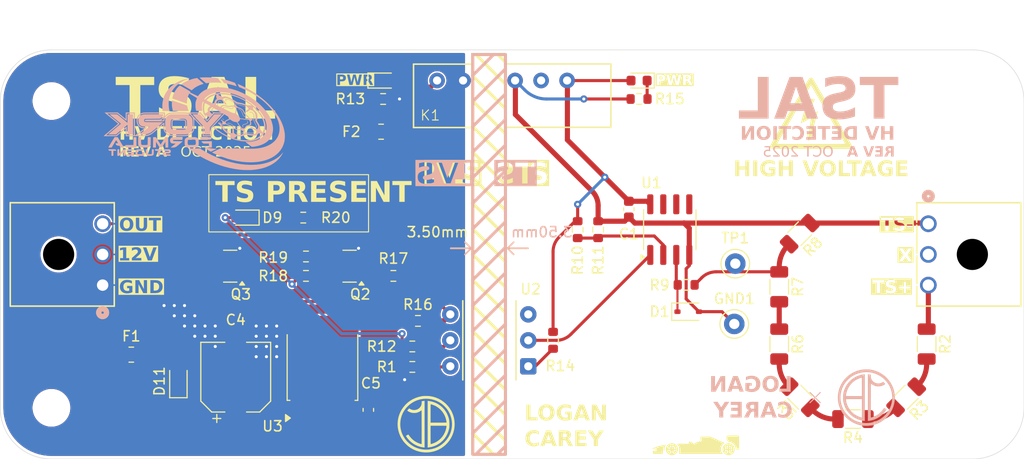
<source format=kicad_pcb>
(kicad_pcb (version 20241229) (generator "pcbnew") (generator_version "9.0")
  (layers (0 "F.Cu" signal) (2 "B.Cu" signal) (5 "F.SilkS" user "F.Silkscreen") (7 "B.SilkS" user "B.Silkscreen") (1 "F.Mask" user) (3 "B.Mask" user) (25 "Edge.Cuts" user))
  (property "PCB_DATE" "OCT 2025")
  (property "REVISION" "A")
  (net 0 "")
  (net 1 "HV-")
  (net 2 "GND")
  (net 3 "Net-(D11-K)")
  (net 4 "+5V")
  (net 5 "Net-(D1-K)")
  (net 6 "+12V")
  (net 7 "Net-(D7-K)")
  (net 8 "Net-(D11-A)")
  (net 9 "60V_Detect")
  (net 11 "HV+")
  (net 12 "Net-(R2-Pad2)")
  (net 13 "Net-(R3-Pad2)")
  (net 14 "Net-(R4-Pad2)")
  (net 15 "Net-(R5-Pad2)")
  (net 16 "Net-(R6-Pad1)")
  (net 17 "Net-(R7-Pad1)")
  (net 18 "Net-(U1A--)")
  (net 19 "Net-(R14-Pad1)")
  (net 20 "Net-(U1-Pad1)")
  (net 23 "Net-(D8-K)")
  (net 24 "Net-(D9-K)")
  (net 25 "Net-(Q2-G)")
  (net 26 "Net-(Q2-D)")
  (net 27 "Net-(Q3-D)")
  (net 28 "Net-(Q3-G)")
  (net 29 "+5VA")
  (net 30 "Net-(K1-+Vin)")
  (net 31 "Net-(R1-Pad1)")
  (net 32 "Net-(R12-Pad2)")
  (footprint "yfs:SPU01M-5" (layer "F.Cu") (at 173.75 50.37)
    (property "Reference" "K1")
    (property "Value" "SPU01M-5")
  )
  (footprint "Resistor_SMD:R_0603_1608Metric" (layer "F.Cu") (at 163.4 59.8)
    (property "Reference" "R13")
    (property "Value" "10k")
  )
  (footprint "Diode_SMD:D_SOD-323" (layer "F.Cu") (at 143.4 87.4 90)
    (property "Reference" "D11")
    (property "Value" "NSR0530HT1G")
  )
  (footprint "LED_SMD:LED_0603_1608Metric" (layer "F.Cu") (at 188.4 58 180)
    (property "Reference" "D8" (hide yes))
    (property "Value" "LED_Small")
  )
  (footprint "Resistor_SMD:R_1206_3216Metric" (layer "F.Cu") (at 202.091044 78.165856 -90)
    (property "Reference" "R7")
    (property "Value" "750K")
  )
  (footprint "Resistor_SMD:R_1206_3216Metric" (layer "F.Cu") (at 202.091044 83.765856 -90)
    (property "Reference" "R6")
    (property "Value" "750K")
  )
  (footprint "Diode_SMD:D_SOD-323" (layer "F.Cu") (at 193.2 80.6)
    (property "Reference" "D1")
    (property "Value" "BZX384xxxx")
  )
  (footprint "TestPoint:TestPoint_Keystone_5000-5004_Miniature" (layer "F.Cu") (at 197.8 75.9)
    (property "Reference" "TP1")
    (property "Value" "TestPoint")
  )
  (footprint "Resistor_SMD:R_0603_1608Metric" (layer "F.Cu") (at 180 83.4 90)
    (property "Reference" "R14")
    (property "Value" "1.8k")
  )
  (footprint "MountingHole:MountingHole_3.2mm_M3" (layer "F.Cu") (at 131 60)
    (property "Reference" "H1" (hide yes))
    (property "Value" "MountingHole")
  )
  (footprint "Resistor_SMD:R_0805_2012Metric" (layer "F.Cu") (at 163.2 63 180)
    (property "Reference" "F2")
    (property "Value" "500mA")
  )
  (footprint "Resistor_SMD:R_1206_3216Metric" (layer "F.Cu") (at 214.491044 88.965856 -135)
    (property "Reference" "R3")
    (property "Value" "750K")
  )
  (footprint "Resistor_SMD:R_0603_1608Metric" (layer "F.Cu") (at 192.999999 77.975 180)
    (property "Reference" "R9")
    (property "Value" "4.8k")
  )
  (footprint "LED_SMD:LED_0603_1608Metric" (layer "F.Cu") (at 149.8 71.4 180)
    (property "Reference" "D9")
    (property "Value" "LED")
  )
  (footprint "LOGO" (layer "F.Cu") (at 205.2 61.2)
    (property "Reference" "G***" (hide yes))
    (property "Value" "LOGO" (hide yes))
  )
  (footprint "LED_SMD:LED_0603_1608Metric" (layer "F.Cu") (at 163.4 58)
    (property "Reference" "D7" (hide yes))
    (property "Value" "LED_Small")
  )
  (footprint "Resistor_SMD:R_0603_1608Metric" (layer "F.Cu") (at 155.6 71.4 180)
    (property "Reference" "R20")
    (property "Value" "330")
  )
  (footprint "Capacitor_SMD:C_0603_1608Metric" (layer "F.Cu") (at 187.399998 70.575 90)
    (property "Reference" "C1")
    (property "Value" "1u")
  )
  (footprint "Resistor_SMD:R_0603_1608Metric" (layer "F.Cu") (at 166.25 86 180)
    (property "Reference" "R1")
    (property "Value" "220k")
  )
  (footprint "Resistor_SMD:R_0603_1608Metric" (layer "F.Cu") (at 188.4 59.8 180)
    (property "Reference" "R15")
    (property "Value" "1k")
  )
  (footprint "Resistor_SMD:R_0603_1608Metric" (layer "F.Cu") (at 184.4 72.575 90)
    (property "Reference" "R11")
    (property "Value" "R")
  )
  (footprint "yfs:MolexMicrofitPlus1x3" (layer "F.Cu") (at 136 78 -90)
    (property "Reference" "J3" (hide yes))
    (property "Value" "Conn_01x03_Socket")
  )
  (footprint "Capacitor_SMD:CP_Elec_6.3x5.4" (layer "F.Cu") (at 149 87 90)
    (property "Reference" "C4")
    (property "Value" "10u")
  )
  (footprint "Resistor_SMD:R_0805_2012Metric" (layer "F.Cu") (at 138.8 84.8)
    (property "Reference" "F1")
    (property "Value" "100mA")
  )
  (footprint "Resistor_SMD:R_0603_1608Metric" (layer "F.Cu") (at 182.4 72.575 -90)
    (property "Reference" "R10")
    (property "Value" "R")
  )
  (footprint "Package_SO:SOIC-8_3.9x4.9mm_P1.27mm" (layer "F.Cu") (at 191.399999 72.575 90)
    (property "Reference" "U1")
    (property "Value" "LM393")
  )
  (footprint "Resistor_SMD:R_0603_1608Metric" (layer "F.Cu") (at 164.4 77.1 180)
    (property "Reference" "R17")
    (property "Value" "200")
  )
  (footprint "Resistor_SMD:R_1206_3216Metric" (layer "F.Cu") (at 216.491044 83.765856 -90)
    (property "Reference" "R2")
    (property "Value" "750K")
  )
  (footprint "Resistor_SMD:R_1206_3216Metric" (layer "F.Cu") (at 204.091044 88.965856 135)
    (property "Reference" "R5")
    (property "Value" "750K")
  )
  (footprint "Package_TO_SOT_SMD:SOT-23" (layer "F.Cu") (at 160.125 76.15 180)
    (property "Reference" "Q2")
    (property "Value" "2N7002")
  )
  (footprint "MyLibrary:Logo" (layer "F.Cu") (at 167.6 91.6)
    (property "Reference" "G***" (hide yes))
    (property "Value" "LOGO" (hide yes))
  )
  (footprint "Resistor_SMD:R_0603_1608Metric" (layer "F.Cu") (at 166.25 84)
    (property "Reference" "R12")
    (property "Value" "1k")
  )
  (footprint "TestPoint:TestPoint_Keystone_5000-5004_Miniature" (layer "F.Cu") (at 197.7 81.8)
    (property "Reference" "GND1")
    (property "Value" "TestPoint")
  )
  (footprint "yfs:MolexMicrofitPlus1x3" (layer "F.Cu") (at 216.6569 72 90)
    (property "Reference" "J4" (hide yes))
    (property "Value" "Conn_01x03_Socket")
  )
  (footprint "MountingHole:MountingHole_3.2mm_M3" (layer "F.Cu") (at 131 90)
    (property "Reference" "H2" (hide yes))
    (property "Value" "MountingHole")
  )
  (footprint "Resistor_SMD:R_0603_1608Metric" (layer "F.Cu") (at 155.8625 77.1 180)
    (property "Reference" "R18")
    (property "Value" "10k")
  )
  (footprint "Resistor_SMD:R_1206_3216Metric" (layer "F.Cu") (at 209.291044 91.1 180)
    (property "Reference" "R4")
    (property "Value" "750K")
  )
  (footprint "MountingHole:MountingHole_3.2mm_M3" (layer "F.Cu") (at 221 90)
    (property "Reference" "H4" (hide yes))
    (property "Value" "MountingHole")
  )
  (footprint "Package_DIP:DIP-6_W7.62mm" (layer "F.Cu") (at 177.58 85.94 180)
    (property "Reference" "U2")
    (property "Value" "4N35")
  )
  (footprint "Resistor_SMD:R_1206_3216Metric" (layer "F.Cu") (at 204.091044 72.965856 -135)
    (property "Reference" "R8")
    (property "Value" "110k")
  )
  (footprint "Package_TO_SOT_SMD:SOT-23" (layer "F.Cu") (at 148.4625 76.15 180)
    (property "Reference" "Q3")
    (property "Value" "2N7002")
  )
  (footprint "Resistor_SMD:R_0603_1608Metric" (layer "F.Cu") (at 166.8 81.5 180)
    (property "Reference" "R16")
    (property "Value" "10k")
  )
  (footprint "Resistor_SMD:R_0603_1608Metric" (layer "F.Cu") (at 155.8625 75.2 180)
    (property "Reference" "R19")
    (property "Value" "200")
  )
  (footprint "Package_TO_SOT_SMD:TO-252-2" (layer "F.Cu") (at 157.475 85.96 90)
    (property "Reference" "U3")
    (property "Value" "TPS7B88-Q1")
  )
  (footprint "Capacitor_SMD:C_0603_1608Metric" (layer "F.Cu") (at 161.954999 90.2 90)
    (property "Reference" "C5")
    (property "Value" "1u")
  )
  (footprint "MountingHole:MountingHole_3.2mm_M3" (layer "F.Cu") (at 221 60)
    (property "Reference" "H3" (hide yes))
    (property "Value" "MountingHole")
  )
  (footprint "LOGO" (layer "B.Cu") (at 145 62.2 180)
    (property "Reference" "G***" (hide yes))
    (property "Value" "LOGO" (hide yes))
  )
  (footprint "MyLibrary:Logo" (layer "B.Cu") (at 210.6 89 180)
    (property "Reference" "G***" (hide yes))
    (property "Value" "LOGO" (hide yes))
  )
  (gr_line (start 172.15 65.002322) (end 175.35 68.197678) (stroke (width 0.3)) (layer "F.SilkS"))
  (gr_line (start 172.15 77.502322) (end 175.35 80.697678) (stroke (width 0.3)) (layer "F.SilkS"))
  (gr_line (start 172.15 85.05) (end 175.3 88.19365) (stroke (width 0.3)) (layer "F.SilkS"))
  (gr_poly (pts (xy 197.175547 93.460793) (xy 197.205465 93.463065) (xy 197.234946 93.466806) (xy 197.263955 93.47198) (xy 197.292453 93.47855) (xy 197.320405 93.486478) (xy 197.347773 93.495729) (xy 197.37452 93.506264) (xy 197.40061 93.518048) (xy 197.426005 93.531042) (xy 197.450668 93.545211) (xy 197.474564 93.560518) (xy 197.497654 93.576925) (xy 197.519901 93.594396) (xy 197.54127 93.612894) (xy 197.561722 93.632381) (xy 197.581222 93.652822) (xy 197.599732 93.674178) (xy 197.617214 93.696414) (xy 197.633633 93.719492) (xy 197.648952 93.743376) (xy 197.663133 93.768028) (xy 197.676139 93.793412) (xy 197.687933 93.81949) (xy 197.69848 93.846226) (xy 197.707741 93.873584) (xy 197.71568 93.901525) (xy 197.722259 93.930013) (xy 197.727443 93.959012) (xy 197.731193 93.988484) (xy 197.733474 94.018393) (xy 197.734248 94.048701) (xy 197.734205 94.055027) (xy 197.734078 94.061338) (xy 197.733872 94.067635) (xy 197.733594 94.073919) (xy 197.732837 94.086451) (xy 197.731847 94.098943) (xy 197.728777 94.127025) (xy 197.724411 94.154695) (xy 197.71878 94.181922) (xy 197.711916 94.208675) (xy 197.703849 94.234921) (xy 197.69461 94.260629) (xy 197.684232 94.285769) (xy 197.672744 94.310308) (xy 197.660179 94.334215) (xy 197.646566 94.357458) (xy 197.631939 94.380007) (xy 197.616327 94.401829) (xy 197.599762 94.422894) (xy 197.582275 94.443169) (xy 197.563897 94.462623) (xy 197.54466 94.481226) (xy 197.524594 94.498944) (xy 197.503732 94.515748) (xy 197.482103 94.531604) (xy 197.459739 94.546483) (xy 197.436671 94.560352) (xy 197.412931 94.573181) (xy 197.38855 94.584937) (xy 197.363558 94.595589) (xy 197.337988 94.605105) (xy 197.31187 94.613455) (xy 197.285235 94.620607) (xy 197.258114 94.626529) (xy 197.23054 94.631189) (xy 197.202542 94.634557) (xy 197.174152 94.636601) (xy 197.145402 94.637289) (xy 197.117445 94.636637) (xy 197.089826 94.634699) (xy 197.062575 94.631504) (xy 197.03572 94.627081) (xy 197.009289 94.62146) (xy 196.983313 94.614669) (xy 196.957819 94.606738) (xy 196.932837 94.597695) (xy 196.908396 94.587569) (xy 196.884524 94.57639) (xy 196.86125 94.564186) (xy 196.838604 94.550986) (xy 196.816613 94.536821) (xy 196.795308 94.521717) (xy 196.774716 94.505705) (xy 196.754868 94.488813) (xy 196.735791 94.471071) (xy 196.717514 94.452508) (xy 196.700067 94.433152) (xy 196.683478 94.413032) (xy 196.667776 94.392178) (xy 196.65299 94.370619) (xy 196.63915 94.348383) (xy 196.63653 94.343724) (xy 196.923686 94.343724) (xy 196.932957 94.350483) (xy 196.942439 94.356961) (xy 196.952127 94.363153) (xy 196.962016 94.36905) (xy 196.972099 94.374646) (xy 196.982372 94.379935) (xy 196.992829 94.384909) (xy 197.003464 94.389561) (xy 197.014272 94.393885) (xy 197.025248 94.397873) (xy 197.036385 94.401519) (xy 197.047678 94.404816) (xy 197.059122 94.407756) (xy 197.070711 94.410334) (xy 197.08244 94.412541) (xy 197.094303 94.414372) (xy 197.094389 94.414372) (xy 197.094389 94.244611) (xy 197.196244 94.244611) (xy 197.196244 94.414372) (xy 197.208153 94.412543) (xy 197.219922 94.410341) (xy 197.231546 94.407771) (xy 197.243021 94.40484) (xy 197.254342 94.401554) (xy 197.265504 94.397919) (xy 197.276501 94.393941) (xy 197.28733 94.389626) (xy 197.297985 94.38498) (xy 197.308461 94.380011) (xy 197.318754 94.374723) (xy 197.328858 94.369122) (xy 197.338769 94.363216) (xy 197.348481 94.357011) (xy 197.35799 94.350511) (xy 197.367291 94.343724) (xy 197.247601 94.223692) (xy 197.241537 94.227073) (xy 197.235369 94.230216) (xy 197.229098 94.233129) (xy 197.222727 94.235823) (xy 197.216254 94.238309) (xy 197.209682 94.240595) (xy 197.203012 94.242693) (xy 197.196244 94.244611) (xy 197.094389 94.244611) (xy 197.087696 94.242746) (xy 197.081065 94.240685) (xy 197.074511 94.238425) (xy 197.068046 94.235963) (xy 197.061687 94.233295) (xy 197.055446 94.23042) (xy 197.049337 94.227334) (xy 197.043376 94.224034) (xy 196.923686 94.343724) (xy 196.63653 94.343724) (xy 196.626283 94.3255) (xy 196.614419 94.301998) (xy 196.603586 94.277907) (xy 196.593814 94.253255) (xy 196.585132 94.228072) (xy 196.577567 94.202387) (xy 196.57115 94.176228) (xy 196.565909 94.149625) (xy 196.561872 94.122607) (xy 196.560709 94.11352) (xy 196.559668 94.104392) (xy 196.559289 94.100572) (xy 196.779389 94.100572) (xy 196.781267 94.112486) (xy 196.78352 94.124271) (xy 196.786142 94.135921) (xy 196.789127 94.147428) (xy 196.792468 94.158786) (xy 196.796159 94.16999) (xy 196.800193 94.181031) (xy 196.804564 94.191904) (xy 196.809265 94.202603) (xy 196.814291 94.21312) (xy 196.819634 94.223449) (xy 196.825289 94.233583) (xy 196.831249 94.243517) (xy 196.837507 94.253244) (xy 196.844058 94.262756) (xy 196.850894 94.272048) (xy 196.971269 94.151843) (xy 196.971171 94.151672) (xy 197.319621 94.151672) (xy 197.440339 94.27239) (xy 197.447161 94.263095) (xy 197.453671 94.253572) (xy 197.459866 94.243828) (xy 197.465744 94.233873) (xy 197.471303 94.223712) (xy 197.47654 94.213354) (xy 197.481452 94.202806) (xy 197.486037 94.192076) (xy 197.490293 94.181171) (xy 197.494217 94.170098) (xy 197.497806 94.158866) (xy 197.501058 94.147481) (xy 197.50397 94.135952) (xy 197.50654 94.124286) (xy 197.508765 94.11249) (xy 197.510644 94.100572) (xy 197.34157 94.100572) (xy 197.340619 94.103995) (xy 197.3396 94.107385) (xy 197.338516 94.110742) (xy 197.337369 94.114066) (xy 197.334896 94.120621) (xy 197.332203 94.127054) (xy 197.329309 94.133371) (xy 197.326234 94.139576) (xy 197.322998 94.145675) (xy 197.319621 94.151672) (xy 196.971171 94.151672) (xy 196.967816 94.145807) (xy 196.964592 94.139661) (xy 196.961594 94.133406) (xy 196.958816 94.127044) (xy 196.956255 94.120578) (xy 196.953908 94.114009) (xy 196.951769 94.10734) (xy 196.949835 94.100572) (xy 196.779389 94.100572) (xy 196.559289 94.100572) (xy 196.558759 94.095221) (xy 196.557993 94.086008) (xy 196.55738 94.07675) (xy 196.556929 94.067447) (xy 196.556652 94.058098) (xy 196.556557 94.048701) (xy 196.557323 94.018386) (xy 196.558825 93.998631) (xy 196.779818 93.998631) (xy 196.949235 93.998631) (xy 196.951098 93.991795) (xy 196.95321 93.985052) (xy 196.955561 93.978405) (xy 196.958141 93.971859) (xy 196.960943 93.965417) (xy 196.963957 93.959084) (xy 196.967173 93.952864) (xy 196.970536 93.946845) (xy 197.320221 93.946845) (xy 197.323624 93.952921) (xy 197.326823 93.959122) (xy 197.329812 93.965443) (xy 197.332589 93.97188) (xy 197.335148 93.978431) (xy 197.337487 93.985089) (xy 197.3396 93.991853) (xy 197.341484 93.998716) (xy 197.341484 93.998802) (xy 197.51073 93.998802) (xy 197.508921 93.986815) (xy 197.506745 93.974972) (xy 197.504206 93.963276) (xy 197.501309 93.951733) (xy 197.498059 93.940348) (xy 197.494459 93.929124) (xy 197.490515 93.918067) (xy 197.48623 93.907181) (xy 197.48161 93.89647) (xy 197.476659 93.885941) (xy 197.471382 93.875596) (xy 197.465782 93.865441) (xy 197.459865 93.855481) (xy 197.453635 93.845719) (xy 197.447096 93.836162) (xy 197.440254 93.826812) (xy 197.320221 93.946845) (xy 196.970536 93.946845) (xy 196.970584 93.94676) (xy 196.850466 93.826727) (xy 196.843637 93.83609) (xy 196.837109 93.845658) (xy 196.830885 93.855426) (xy 196.82497 93.86539) (xy 196.81937 93.875546) (xy 196.814088 93.885888) (xy 196.80913 93.896413) (xy 196.804499 93.907116) (xy 196.800201 93.917993) (xy 196.796241 93.92904) (xy 196.792622 93.940251) (xy 196.789349 93.951624) (xy 196.786428 93.963152) (xy 196.783863 93.974832) (xy 196.781658 93.98666) (xy 196.779818 93.998631) (xy 196.558825 93.998631) (xy 196.559598 93.98847) (xy 196.563344 93.958992) (xy 196.568524 93.929989) (xy 196.5751 93.901496) (xy 196.583037 93.873552) (xy 196.592297 93.846192) (xy 196.602842 93.819454) (xy 196.614636 93.793374) (xy 196.627641 93.76799) (xy 196.63533 93.754621) (xy 196.922656 93.754621) (xy 197.042346 93.874483) (xy 197.04845 93.87104) (xy 197.054672 93.867788) (xy 197.061009 93.864736) (xy 197.067457 93.86189) (xy 197.074013 93.859256) (xy 197.080675 93.856843) (xy 197.087439 93.854657) (xy 197.094303 93.852705) (xy 197.094303 93.852791) (xy 197.094474 93.852791) (xy 197.094474 93.683459) (xy 197.196244 93.683459) (xy 197.196415 93.852705) (xy 197.203315 93.854657) (xy 197.21012 93.856843) (xy 197.216825 93.859257) (xy 197.223423 93.86189) (xy 197.229908 93.864736) (xy 197.236275 93.867788) (xy 197.242518 93.87104) (xy 197.24863 93.874483) (xy 197.36832 93.754707) (xy 197.358984 93.747816) (xy 197.349437 93.74123) (xy 197.339683 93.734951) (xy 197.329726 93.728986) (xy 197.319571 93.723338) (xy 197.309225 93.718012) (xy 197.29869 93.713013) (xy 197.287973 93.708345) (xy 197.277078 93.704012) (xy 197.26601 93.700019) (xy 197.254774 93.696371) (xy 197.243375 93.693073) (xy 197.231817 93.690128) (xy 197.220106 93.687541) (xy 197.208247 93.685316) (xy 197.196244 93.683459) (xy 197.094474 93.683459) (xy 197.082514 93.685315) (xy 197.07069 93.687537) (xy 197.059006 93.69012) (xy 197.047468 93.693059) (xy 197.036084 93.696352) (xy 197.024858 93.699992) (xy 197.013797 93.703977) (xy 197.002906 93.708302) (xy 196.992193 93.712962) (xy 196.981662 93.717954) (xy 196.97132 93.723272) (xy 196.961174 93.728914) (xy 196.951228 93.734874) (xy 196.941489 93.741148) (xy 196.931963 93.747732) (xy 196.922656 93.754621) (xy 196.63533 93.754621) (xy 196.641821 93.743338) (xy 196.657138 93.719455) (xy 196.673556 93.696377) (xy 196.691036 93.674143) (xy 196.709543 93.652788) (xy 196.729039 93.632349) (xy 196.749487 93.612864) (xy 196.77085 93.594368) (xy 196.793091 93.5769) (xy 196.816172 93.560495) (xy 196.840058 93.545192) (xy 196.864709 93.531025) (xy 196.89009 93.518033) (xy 196.916164 93.506252) (xy 196.942893 93.495719) (xy 196.97024 93.486471) (xy 196.998169 93.478544) (xy 197.026641 93.471977) (xy 197.055621 93.466804) (xy 197.08507 93.463064) (xy 197.114952 93.460793) (xy 197.145231 93.460027)) (stroke (width -0.000001)) (fill yes) (layer "F.SilkS"))
  (gr_line (start 172.2 57.6) (end 175.296825 60.696825) (stroke (width 0.3)) (layer "F.SilkS"))
  (gr_line (start 175.55 74.4) (end 177.55 74.4) (stroke (width 0.15)) (layer "F.SilkS"))
  (gr_poly (pts (xy 191.633981 93.460793) (xy 191.663892 93.463065) (xy 191.693369 93.466806) (xy 191.722374 93.47198) (xy 191.750871 93.47855) (xy 191.778821 93.486478) (xy 191.806189 93.495729) (xy 191.832936 93.506264) (xy 191.859027 93.518048) (xy 191.884425 93.531042) (xy 191.909091 93.545211) (xy 191.932989 93.560518) (xy 191.956083 93.576925) (xy 191.978334 93.594396) (xy 191.999707 93.612894) (xy 192.020163 93.632381) (xy 192.039667 93.652822) (xy 192.05818 93.674178) (xy 192.075667 93.696414) (xy 192.092089 93.719492) (xy 192.107411 93.743376) (xy 192.121594 93.768028) (xy 192.134602 93.793412) (xy 192.146398 93.81949) (xy 192.156945 93.846226) (xy 192.166206 93.873584) (xy 192.174144 93.901525) (xy 192.180721 93.930013) (xy 192.185901 93.959012) (xy 192.189647 93.988484) (xy 192.191922 94.018393) (xy 192.192689 94.048701) (xy 192.192638 94.055027) (xy 192.192492 94.061338) (xy 192.192259 94.067635) (xy 192.191949 94.073919) (xy 192.191133 94.086451) (xy 192.190116 94.098943) (xy 192.187054 94.127025) (xy 192.182696 94.154695) (xy 192.177072 94.181922) (xy 192.170214 94.208675) (xy 192.162153 94.234921) (xy 192.15292 94.260629) (xy 192.142546 94.285769) (xy 192.131063 94.310308) (xy 192.118502 94.334215) (xy 192.104894 94.357458) (xy 192.09027 94.380007) (xy 192.074662 94.401829) (xy 192.0581 94.422894) (xy 192.040615 94.443169) (xy 192.02224 94.462623) (xy 192.003005 94.481226) (xy 191.982941 94.498944) (xy 191.96208 94.515748) (xy 191.940452 94.531604) (xy 191.91809 94.546483) (xy 191.895023 94.560352) (xy 191.871284 94.573181) (xy 191.846904 94.584937) (xy 191.821913 94.595589) (xy 191.796343 94.605105) (xy 191.770225 94.613455) (xy 191.74359 94.620607) (xy 191.71647 94.626529) (xy 191.688895 94.631189) (xy 191.660897 94.634557) (xy 191.632508 94.636601) (xy 191.603757 94.637289) (xy 191.575801 94.636637) (xy 191.548183 94.634699) (xy 191.520933 94.631504) (xy 191.494079 94.627081) (xy 191.46765 94.62146) (xy 191.441676 94.614669) (xy 191.416185 94.606738) (xy 191.391206 94.597695) (xy 191.366768 94.587569) (xy 191.342899 94.57639) (xy 191.319629 94.564186) (xy 191.296986 94.550986) (xy 191.275 94.536821) (xy 191.253698 94.521717) (xy 191.233111 94.505705) (xy 191.213266 94.488813) (xy 191.194193 94.471071) (xy 191.17592 94.452508) (xy 191.158477 94.433152) (xy 191.141892 94.413032) (xy 191.126194 94.392178) (xy 191.111412 94.370619) (xy 191.097574 94.348383) (xy 191.094955 94.343724) (xy 191.382126 94.343724) (xy 191.391411 94.350483) (xy 191.400904 94.356961) (xy 191.410599 94.363153) (xy 191.420492 94.36905) (xy 191.430578 94.374646) (xy 191.44085 94.379935) (xy 191.451305 94.384909) (xy 191.461937 94.389561) (xy 191.47274 94.393885) (xy 191.483711 94.397873) (xy 191.494842 94.401519) (xy 191.50613 94.404816) (xy 191.51757 94.407756) (xy 191.529155 94.410334) (xy 191.540881 94.412541) (xy 191.552744 94.414372) (xy 191.552744 94.244611) (xy 191.654686 94.244611) (xy 191.654686 94.414372) (xy 191.666593 94.412543) (xy 191.678359 94.410341) (xy 191.689978 94.407771) (xy 191.701447 94.40484) (xy 191.71276 94.401554) (xy 191.723913 94.397919) (xy 191.7349 94.393941) (xy 191.745717 94.389626) (xy 191.75636 94.38498) (xy 191.766822 94.380011) (xy 191.777101 94.374723) (xy 191.78719 94.369122) (xy 191.797086 94.363216) (xy 191.806782 94.357011) (xy 191.816275 94.350511) (xy 191.82556 94.343724) (xy 191.705957 94.223692) (xy 191.69992 94.227073) (xy 191.693774 94.230216) (xy 191.687519 94.233129) (xy 191.681157 94.235823) (xy 191.674691 94.238309) (xy 191.668122 94.240595) (xy 191.661453 94.242693) (xy 191.654686 94.244611) (xy 191.552744 94.244611) (xy 191.552744 94.24444) (xy 191.54605 94.242603) (xy 191.539421 94.240562) (xy 191.532869 94.238314) (xy 191.526411 94.235856) (xy 191.520062 94.233184) (xy 191.513836 94.230297) (xy 191.507749 94.227191) (xy 191.504762 94.225555) (xy 191.501815 94.223863) (xy 191.382126 94.343724) (xy 191.094955 94.343724) (xy 191.084711 94.3255) (xy 191.072849 94.301998) (xy 191.062019 94.277907) (xy 191.05225 94.253255) (xy 191.043569 94.228072) (xy 191.036006 94.202387) (xy 191.02959 94.176228) (xy 191.02435 94.149625) (xy 191.020314 94.122607) (xy 191.01915 94.11352) (xy 191.018109 94.104392) (xy 191.01773 94.100572) (xy 191.23783 94.100572) (xy 191.239708 94.112486) (xy 191.241961 94.124271) (xy 191.244583 94.135921) (xy 191.247568 94.147428) (xy 191.250909 94.158786) (xy 191.254599 94.16999) (xy 191.258633 94.181031) (xy 191.263004 94.191904) (xy 191.267706 94.202603) (xy 191.272732 94.21312) (xy 191.278075 94.223449) (xy 191.28373 94.233583) (xy 191.28969 94.243517) (xy 191.295948 94.253244) (xy 191.302499 94.262756) (xy 191.309335 94.272048) (xy 191.42971 94.151843) (xy 191.429612 94.151672) (xy 191.778062 94.151672) (xy 191.898695 94.27239) (xy 191.905532 94.263095) (xy 191.912058 94.253572) (xy 191.918268 94.243828) (xy 191.92416 94.233873) (xy 191.929731 94.223712) (xy 191.934978 94.213354) (xy 191.939899 94.202806) (xy 191.944489 94.192076) (xy 191.948747 94.181171) (xy 191.95267 94.170098) (xy 191.956254 94.158866) (xy 191.959497 94.147481) (xy 191.962396 94.135952) (xy 191.964948 94.124286) (xy 191.96715 94.11249) (xy 191.968999 94.100572) (xy 191.799925 94.100572) (xy 191.798975 94.103995) (xy 191.797959 94.107385) (xy 191.796879 94.110742) (xy 191.795737 94.114066) (xy 191.793279 94.120621) (xy 191.790601 94.127054) (xy 191.787722 94.133371) (xy 191.784661 94.139576) (xy 191.781435 94.145675) (xy 191.778062 94.151672) (xy 191.429612 94.151672) (xy 191.426257 94.145807) (xy 191.423034 94.139661) (xy 191.420035 94.133406) (xy 191.417257 94.127044) (xy 191.414696 94.120578) (xy 191.412349 94.114009) (xy 191.41021 94.10734) (xy 191.408276 94.100572) (xy 191.23783 94.100572) (xy 191.01773 94.100572) (xy 191.0172 94.095221) (xy 191.016434 94.086008) (xy 191.015821 94.07675) (xy 191.01537 94.067447) (xy 191.015093 94.058098) (xy 191.014998 94.048701) (xy 191.015764 94.018386) (xy 191.017266 93.998631) (xy 191.238344 93.998631) (xy 191.407676 93.998631) (xy 191.408562 93.995201) (xy 191.409514 93.991795) (xy 191.410532 93.988412) (xy 191.411614 93.985052) (xy 191.413963 93.978405) (xy 191.41655 93.971859) (xy 191.419361 93.965417) (xy 191.422385 93.959084) (xy 191.42561 93.952864) (xy 191.428977 93.946845) (xy 191.778748 93.946845) (xy 191.78213 93.952921) (xy 191.785324 93.959122) (xy 191.788319 93.965443) (xy 191.791105 93.97188) (xy 191.793669 93.978431) (xy 191.796001 93.985089) (xy 191.79809 93.991853) (xy 191.799925 93.998716) (xy 191.799925 93.998802) (xy 191.969342 93.998802) (xy 191.967518 93.986815) (xy 191.965329 93.974972) (xy 191.962779 93.963276) (xy 191.959872 93.951733) (xy 191.956613 93.940348) (xy 191.953007 93.929124) (xy 191.949057 93.918067) (xy 191.944768 93.907181) (xy 191.940144 93.89647) (xy 191.93519 93.885941) (xy 191.929911 93.875596) (xy 191.92431 93.865441) (xy 191.918392 93.855481) (xy 191.912162 93.845719) (xy 191.905623 93.836162) (xy 191.89878 93.826812) (xy 191.778748 93.946845) (xy 191.428977 93.946845) (xy 191.429024 93.94676) (xy 191.30882 93.826727) (xy 191.302007 93.83609) (xy 191.295492 93.845658) (xy 191.28928 93.855426) (xy 191.283376 93.86539) (xy 191.277786 93.875546) (xy 191.272513 93.885888) (xy 191.267563 93.896413) (xy 191.26294 93.907116) (xy 191.25865 93.917993) (xy 191.254698 93.92904) (xy 191.251088 93.940251) (xy 191.247825 93.951624) (xy 191.244914 93.963152) (xy 191.242361 93.974832) (xy 191.240169 93.98666) (xy 191.238344 93.998631) (xy 191.017266 93.998631) (xy 191.018039 93.98847) (xy 191.021785 93.958992) (xy 191.026965 93.929989) (xy 191.033541 93.901496) (xy 191.041478 93.873552) (xy 191.050738 93.846192) (xy 191.061283 93.819454) (xy 191.073077 93.793374) (xy 191.086082 93.76799) (xy 191.093771 93.754621) (xy 191.381097 93.754621) (xy 191.500787 93.874483) (xy 191.506919 93.87104) (xy 191.513161 93.867788) (xy 191.519509 93.864736) (xy 191.525961 93.86189) (xy 191.532514 93.859256) (xy 191.539163 93.856843) (xy 191.545908 93.854657) (xy 191.552744 93.852705) (xy 191.552829 93.683459) (xy 191.654686 93.683459) (xy 191.654771 93.852705) (xy 191.661671 93.854657) (xy 191.668476 93.856843) (xy 191.675181 93.859257) (xy 191.681779 93.86189) (xy 191.688264 93.864736) (xy 191.694631 93.867788) (xy 191.700874 93.87104) (xy 191.706985 93.874483) (xy 191.826761 93.754707) (xy 191.817426 93.747816) (xy 191.807878 93.74123) (xy 191.798124 93.734951) (xy 191.788167 93.728986) (xy 191.778012 93.723338) (xy 191.767666 93.718012) (xy 191.757131 93.713013) (xy 191.746414 93.708345) (xy 191.735519 93.704012) (xy 191.724451 93.700019) (xy 191.713215 93.696371) (xy 191.701816 93.693073) (xy 191.690258 93.690128) (xy 191.678548 93.687541) (xy 191.666688 93.685316) (xy 191.654686 93.683459) (xy 191.552829 93.683459) (xy 191.540886 93.685315) (xy 191.529077 93.687537) (xy 191.517408 93.69012) (xy 191.505885 93.693059) (xy 191.494514 93.696352) (xy 191.4833 93.699992) (xy 191.47225 93.703977) (xy 191.461369 93.708302) (xy 191.450662 93.712962) (xy 191.440136 93.717954) (xy 191.429797 93.723272) (xy 191.419649 93.728914) (xy 191.4097 93.734874) (xy 191.399954 93.741148) (xy 191.390418 93.747732) (xy 191.381097 93.754621) (xy 191.093771 93.754621) (xy 191.100262 93.743338) (xy 191.115579 93.719455) (xy 191.131997 93.696377) (xy 191.149477 93.674143) (xy 191.167984 93.652788) (xy 191.18748 93.632349) (xy 191.207928 93.612864) (xy 191.229291 93.594368) (xy 191.251532 93.5769) (xy 191.274614 93.560495) (xy 191.298499 93.545192) (xy 191.32315 93.531025) (xy 191.348532 93.518033) (xy 191.374605 93.506252) (xy 191.401334 93.495719) (xy 191.428681 93.486471) (xy 191.45661 93.478544) (xy 191.485082 93.471977) (xy 191.514062 93.466804) (xy 191.543511 93.463064) (xy 191.573394 93.460793) (xy 191.603672 93.460027)) (stroke (width -0.000001)) (fill yes) (layer "F.SilkS"))
  (gr_line (start 172.15 67.502322) (end 175.35 70.697678) (stroke (width 0.3)) (layer "F.SilkS"))
  (gr_line (start 172.15 80.002322) (end 175.35 83.197678) (stroke (width 0.3)) (layer "F.SilkS"))
  (gr_line (start 175.55 74.4) (end 176.15 75) (stroke (width 0.15)) (layer "F.SilkS"))
  (gr_line (start 175.55 74.4) (end 176.15 73.8) (stroke (width 0.15)) (layer "F.SilkS"))
  (gr_line (start 172.15 62.502322) (end 175.35 65.697678) (stroke (width 0.3)) (layer "F.SilkS"))
  (gr_line (start 172 74.4) (end 171.4 75) (stroke (width 0.15)) (layer "F.SilkS"))
  (gr_line (start 172.15 60.002322) (end 175.35 63.197678) (stroke (width 0.3)) (layer "F.SilkS"))
  (gr_line (start 172.45 55.45) (end 175.320731 58.320731) (stroke (width 0.3)) (layer "F.SilkS"))
  (gr_line (start 172 74.4) (end 170 74.4) (stroke (width 0.15)) (layer "F.SilkS"))
  (gr_line (start 172.15 75.002322) (end 175.35 78.197678) (stroke (width 0.3)) (layer "F.SilkS"))
  (gr_line (start 172.15 82.502322) (end 175.35 85.697678) (stroke (width 0.3)) (layer "F.SilkS"))
  (gr_line (start 172.15 90.002322) (end 175.35 93.197678) (stroke (width 0.3)) (layer "F.SilkS"))
  (gr_line (start 174.600799 55.45) (end 175.349238 56.198439) (stroke (width 0.3)) (layer "F.SilkS"))
  (gr_rect (start 146.375 67.2) (end 161.975 72.8) (stroke (width 0.1)) (fill no) (layer "F.SilkS"))
  (gr_line (start 172.15 92.502322) (end 174.197678 94.55) (stroke (width 0.3)) (layer "F.SilkS"))
  (gr_line (start 172.15 70.002322) (end 175.35 73.197678) (stroke (width 0.3)) (layer "F.SilkS"))
  (gr_poly (pts (xy 191.015686 93.63283) (xy 190.999443 93.656701) (xy 190.984131 93.681226) (xy 190.969777 93.706382) (xy 190.956409 93.732144) (xy 190.944057 93.758488) (xy 190.932747 93.78539) (xy 190.922508 93.812826) (xy 190.913369 93.840772) (xy 190.905357 93.869202) (xy 190.8985 93.898093) (xy 190.892827 93.927421) (xy 190.888366 93.957162) (xy 190.885144 93.98729) (xy 190.883191 94.017783) (xy 190.882533 94.048615) (xy 190.882634 94.059419) (xy 190.882934 94.070356) (xy 190.883433 94.081433) (xy 190.88413 94.092652) (xy 190.885024 94.104021) (xy 190.886114 94.115543) (xy 190.887399 94.127224) (xy 190.888878 94.139069) (xy 190.889161 94.141108) (xy 190.889487 94.143115) (xy 190.890218 94.147064) (xy 190.890964 94.150981) (xy 190.89131 94.152948) (xy 190.891622 94.15493) (xy 190.726834 94.15493) (xy 190.726834 94.442494) (xy 190.726753 94.445713) (xy 190.726512 94.44889) (xy 190.726115 94.45202) (xy 190.725566 94.4551) (xy 190.724868 94.458125) (xy 190.724027 94.461092) (xy 190.723045 94.463998) (xy 190.721927 94.466837) (xy 190.720676 94.469606) (xy 190.719297 94.472301) (xy 190.717793 94.474918) (xy 190.716168 94.477454) (xy 190.714427 94.479904) (xy 190.712572 94.482265) (xy 190.710609 94.484532) (xy 190.70854 94.486702) (xy 190.70637 94.488771) (xy 190.704103 94.490735) (xy 190.701742 94.492589) (xy 190.699292 94.494331) (xy 190.696756 94.495955) (xy 190.694138 94.497459) (xy 190.691443 94.498839) (xy 190.688674 94.500089) (xy 190.685835 94.501208) (xy 190.68293 94.502189) (xy 190.679963 94.503031) (xy 190.676937 94.503728) (xy 190.673858 94.504277) (xy 190.670727 94.504674) (xy 190.667551 94.504915) (xy 190.664331 94.504997) (xy 189.809614 94.504997) (xy 189.806395 94.504915) (xy 189.803219 94.504673) (xy 189.80009 94.504275) (xy 189.797012 94.503725) (xy 189.793988 94.503026) (xy 189.791023 94.502182) (xy 189.788121 94.501198) (xy 189.785285 94.500077) (xy 189.782519 94.498824) (xy 189.779827 94.497442) (xy 189.777213 94.495936) (xy 189.774681 94.494308) (xy 189.772234 94.492564) (xy 189.769878 94.490707) (xy 189.767614 94.488741) (xy 189.765448 94.48667) (xy 189.763384 94.484498) (xy 189.761424 94.482229) (xy 189.759574 94.479868) (xy 189.757836 94.477416) (xy 189.756215 94.47488) (xy 189.754714 94.472263) (xy 189.753338 94.469568) (xy 189.752091 94.4668) (xy 189.750976 94.463963) (xy 189.749996 94.461061) (xy 189.749157 94.458097) (xy 189.748462 94.455075) (xy 189.747914 94.452) (xy 189.747518 94.448876) (xy 189.747278 94.445706) (xy 189.747197 94.442494) (xy 189.747197 94.256272) (xy 189.747278 94.253053) (xy 189.747519 94.249877) (xy 189.747916 94.246748) (xy 189.748465 94.24367) (xy 189.749162 94.240646) (xy 189.750004 94.237681) (xy 189.750985 94.234779) (xy 189.752103 94.231943) (xy 189.753353 94.229177) (xy 189.754732 94.226485) (xy 189.756235 94.223871) (xy 189.757858 94.221339) (xy 189.759599 94.218892) (xy 189.761452 94.216536) (xy 189.763414 94.214272) (xy 189.765481 94.212106) (xy 189.767648 94.210042) (xy 189.769913 94.208082) (xy 189.772271 94.206231) (xy 189.774719 94.204494) (xy 189.777251 94.202873) (xy 189.779865 94.201372) (xy 189.782556 94.199996) (xy 189.785321 94.198749) (xy 189.788155 94.197633) (xy 189.791055 94.196654) (xy 189.794017 94.195815) (xy 189.797036 94.19512) (xy 189.80011 94.194572) (xy 189.803233 94.194176) (xy 189.806403 94.193936) (xy 189.809614 94.193855) (xy 190.15145 94.193855) (xy 190.150178 94.175216) (xy 190.146473 94.158286) (xy 190.140497 94.142971) (xy 190.13241 94.129179) (xy 190.122377 94.116817) (xy 190.110559 94.105792) (xy 190.097118 94.096011) (xy 190.082216 94.087381) (xy 190.066017 94.079809) (xy 190.048682 94.073202) (xy 190.030373 94.067467) (xy 190.011253 94.062512) (xy 189.971227 94.054568) (xy 189.929904 94.048626) (xy 189.848555 94.039776) (xy 189.811126 94.035381) (xy 189.777591 94.030014) (xy 189.749249 94.022933) (xy 189.73743 94.018518) (xy 189.727397 94.013395) (xy 189.719311 94.007471) (xy 189.713334 94.000654) (xy 189.709629 93.992851) (xy 189.708358 93.983969) (xy 189.774922 93.9492) (xy 189.844476 93.916145) (xy 189.916843 93.884762) (xy 189.991844 93.855008) (xy 190.069303 93.826841) (xy 190.149042 93.800219) (xy 190.314651 93.751438) (xy 190.487253 93.708329) (xy 190.66543 93.670552) (xy 190.847762 93.637768) (xy 191.032831 93.609639)) (stroke (width -0.000001)) (fill yes) (layer "F.SilkS"))
  (gr_poly (pts (xy 198.027579 92.701281) (xy 198.035472 92.701882) (xy 198.043251 92.70287) (xy 198.050906 92.704238) (xy 198.058426 92.705975) (xy 198.065804 92.70807) (xy 198.073027 92.710515) (xy 198.080088 92.7133) (xy 198.086975 92.716415) (xy 198.093679 92.71985) (xy 198.10019 92.723595) (xy 198.106498 92.727641) (xy 198.112594 92.731978) (xy 198.118468 92.736597) (xy 198.124109 92.741486) (xy 198.129508 92.746637) (xy 198.134656 92.752041) (xy 198.139541 92.757686) (xy 198.144155 92.763564) (xy 198.148487 92.769664) (xy 198.152528 92.775978) (xy 198.156268 92.782495) (xy 198.159697 92.789205) (xy 198.162805 92.796099) (xy 198.165582 92.803166) (xy 198.168019 92.810398) (xy 198.170106 92.817785) (xy 198.171832 92.825316) (xy 198.173188 92.832982) (xy 198.174165 92.840773) (xy 198.174751 92.84868) (xy 198.174938 92.856692) (xy 198.174938 94.077251) (xy 197.839533 94.077251) (xy 197.839941 94.070137) (xy 197.840422 94.062966) (xy 197.840642 94.059371) (xy 197.840823 94.055778) (xy 197.840945 94.052191) (xy 197.84099 94.048615) (xy 197.840105 94.012674) (xy 197.837475 93.977188) (xy 197.833144 93.942199) (xy 197.827153 93.907746) (xy 197.819543 93.873873) (xy 197.810357 93.840619) (xy 197.799637 93.808028) (xy 197.787423 93.776139) (xy 197.773759 93.744994) (xy 197.758685 93.714635) (xy 197.742243 93.685103) (xy 197.724476 93.65644) (xy 197.705425 93.628686) (xy 197.685132 93.601882) (xy 197.663638 93.576072) (xy 197.640986 93.551295) (xy 197.617217 93.527593) (xy 197.592373 93.505008) (xy 197.566496 93.48358) (xy 197.539628 93.463351) (xy 197.51181 93.444363) (xy 197.483084 93.426657) (xy 197.453492 93.410274) (xy 197.423076 93.395255) (xy 197.391878 93.381643) (xy 197.359938 93.369477) (xy 197.3273 93.3588) (xy 197.294005 93.349653) (xy 197.260095 93.342078) (xy 197.225611 93.336115) (xy 197.190596 93.331806) (xy 197.15509 93.329192) (xy 196.996047 93.170234) (xy 196.990731 93.164648) (xy 196.985721 93.15883) (xy 196.981021 93.152793) (xy 196.976635 93.146549) (xy 196.972571 93.140113) (xy 196.968832 93.133497) (xy 196.965424 93.126714) (xy 196.962352 93.119778) (xy 196.959622 93.112701) (xy 196.957239 93.105496) (xy 196.955208 93.098176) (xy 196.953535 93.090756) (xy 196.952224 93.083246) (xy 196.951281 93.075662) (xy 196.950711 93.068015) (xy 196.95052 93.060319) (xy 196.95052 92.856606) (xy 196.950723 92.848602) (xy 196.951323 92.840702) (xy 196.952312 92.832918) (xy 196.95368 92.825258) (xy 196.955416 92.817733) (xy 196.957512 92.810352) (xy 196.959957 92.803125) (xy 196.962742 92.796062) (xy 196.965857 92.789173) (xy 196.969292 92.782467) (xy 196.973037 92.775954) (xy 196.977083 92.769644) (xy 196.98142 92.763546) (xy 196.986038 92.757671) (xy 196.990928 92.752028) (xy 196.996079 92.746627) (xy 197.001483 92.741477) (xy 197.007128 92.736589) (xy 197.013006 92.731973) (xy 197.019107 92.727637) (xy 197.02542 92.723592) (xy 197.031937 92.719847) (xy 197.038647 92.716413) (xy 197.045541 92.713299) (xy 197.052608 92.710515) (xy 197.05984 92.70807) (xy 197.067227 92.705974) (xy 197.074758 92.704238) (xy 197.082424 92.70287) (xy 197.090215 92.701882) (xy 197.098122 92.701281) (xy 197.106134 92.701079) (xy 198.019582 92.701079)) (stroke (width -0.000001)) (fill yes) (layer "F.SilkS"))
  (gr_line (start 172.15 72.502322) (end 175.35 75.697678) (stroke (width 0.3)) (layer "F.SilkS"))
  (gr_line (start 172.15 87.502322) (end 175.35 90.697678) (stroke (width 0.3)) (layer "F.SilkS"))
  (gr_line (start 172 74.4) (end 171.4 73.8) (stroke (width 0.15)) (layer "F.SilkS"))
  (gr_rect (start 172.15 55.45) (end 175.35 94.55) (stroke (width 0.3)) (fill no) (layer "F.SilkS"))
  (gr_poly (pts (xy 196.747494 93.432163) (xy 196.709183 93.457026) (xy 196.672577 93.484188) (xy 196.637783 93.513547) (xy 196.604905 93.545001) (xy 196.574049 93.578447) (xy 196.545322 93.613784) (xy 196.518829 93.650908) (xy 196.494676 93.689718) (xy 196.472968 93.730111) (xy 196.453812 93.771986) (xy 196.437312 93.81524) (xy 196.423576 93.85977) (xy 196.412707 93.905475) (xy 196.404813 93.952253) (xy 196.4 94) (xy 196.398371 94.048615) (xy 196.398475 94.059419) (xy 196.398783 94.070359) (xy 196.399289 94.081442) (xy 196.39999 94.092674) (xy 196.400879 94.104062) (xy 196.401952 94.115615) (xy 196.403205 94.127338) (xy 196.404631 94.139239) (xy 196.408351 94.165089) (xy 196.412974 94.190607) (xy 196.418481 94.215778) (xy 196.424855 94.240589) (xy 196.432077 94.265026) (xy 196.44013 94.289073) (xy 196.448996 94.312717) (xy 196.458656 94.335943) (xy 196.469092 94.358737) (xy 196.480288 94.381085) (xy 196.492224 94.402972) (xy 196.504883 94.424384) (xy 196.518247 94.445306) (xy 196.532298 94.465726) (xy 196.547017 94.485627) (xy 196.562388 94.504996) (xy 192.328411 94.504996) (xy 192.325068 94.048872) (xy 192.324033 94.010125) (xy 192.320964 93.971916) (xy 192.315915 93.934298) (xy 192.308941 93.897319) (xy 192.300095 93.861031) (xy 192.289431 93.825484) (xy 192.277003 93.79073) (xy 192.262865 93.756818) (xy 192.247072 93.723799) (xy 192.229676 93.691724) (xy 192.210733 93.660644) (xy 192.190296 93.630608) (xy 192.16842 93.601668) (xy 192.145157 93.573875) (xy 192.120563 93.547278) (xy 192.094691 93.521929) (xy 192.327762 93.515551) (xy 192.5429 93.513084) (xy 192.736054 93.513585) (xy 192.903174 93.51611) (xy 193.040208 93.519717) (xy 193.143105 93.523461) (xy 193.230284 93.527588) (xy 193.284727 93.330906) (xy 193.295857 93.327354) (xy 193.306924 93.324209) (xy 193.317912 93.321452) (xy 193.328807 93.319064) (xy 193.339594 93.317025) (xy 193.350256 93.315317) (xy 193.360781 93.31392) (xy 193.371151 93.312816) (xy 193.388035 93.311781) (xy 193.404837 93.311784) (xy 193.421514 93.312806) (xy 193.438023 93.314831) (xy 193.454323 93.31784) (xy 193.47037 93.321816) (xy 193.486121 93.326742) (xy 193.501536 93.3326) (xy 193.516571 93.339372) (xy 193.531184 93.34704) (xy 193.545331 93.355588) (xy 193.558972 93.364998) (xy 193.572063 93.375251) (xy 193.584563 93.386331) (xy 193.596427 93.39822) (xy 193.607615 93.4109) (xy 193.704584 93.527588) (xy 193.718032 93.526958) (xy 193.731468 93.525124) (xy 193.744921 93.522171) (xy 193.75842 93.518184) (xy 193.785671 93.507447) (xy 193.813452 93.493589) (xy 193.841993 93.477291) (xy 193.871526 93.459231) (xy 193.934489 93.420534) (xy 193.968381 93.401256) (xy 194.004188 93.382927) (xy 194.04214 93.366228) (xy 194.082469 93.351836) (xy 194.103597 93.345717) (xy 194.125406 93.340429) (xy 194.147924 93.336058) (xy 194.17118 93.332687) (xy 194.195203 93.330401) (xy 194.220023 93.329286) (xy 194.245668 93.329427) (xy 194.272166 93.330907) (xy 194.28477 93.293268) (xy 194.288012 93.28461) (xy 194.291894 93.276336) (xy 194.296383 93.26847) (xy 194.301443 93.261036) (xy 194.307042 93.254058) (xy 194.313143 93.247561) (xy 194.319713 93.241567) (xy 194.326717 93.236103) (xy 194.334121 93.23119) (xy 194.341891 93.226855) (xy 194.349992 93.22312) (xy 194.358389 93.220011) (xy 194.367049 93.21755) (xy 194.375936 93.215763) (xy 194.385017 93.214673) (xy 194.394257 93.214304) (xy 194.5521 93.214304) (xy 194.5521 93.128823) (xy 194.490368 93.128823) (xy 194.485536 93.128701) (xy 194.480767 93.128338) (xy 194.476068 93.12774) (xy 194.471445 93.126913) (xy 194.466904 93.125864) (xy 194.462451 93.124597) (xy 194.45809 93.123119) (xy 194.453829 93.121437) (xy 194.449674 93.119555) (xy 194.445629 93.117479) (xy 194.441701 93.115217) (xy 194.437896 93.112773) (xy 194.434219 93.110153) (xy 194.430676 93.107364) (xy 194.427274 93.104412) (xy 194.424018 93.101302) (xy 194.420914 93.09804) (xy 194.417968 93.094632) (xy 194.415185 93.091085) (xy 194.412572 93.087403) (xy 194.410135 93.083594) (xy 194.407878 93.079662) (xy 194.405809 93.075615) (xy 194.403933 93.071457) (xy 194.402255 93.067195) (xy 194.400783 93.062835) (xy 194.39952 93.058382) (xy 194.398474 93.053843) (xy 194.397651 93.049223) (xy 194.397055 93.044529) (xy 194.396693 93.039766) (xy 194.396572 93.034941) (xy 194.396572 92.91165) (xy 194.396694 92.906817) (xy 194.397056 92.902048) (xy 194.397653 92.897348) (xy 194.398478 92.892724) (xy 194.399526 92.88818) (xy 194.40079 92.883725) (xy 194.402265 92.879362) (xy 194.403945 92.875098) (xy 194.405824 92.870939) (xy 194.407896 92.866891) (xy 194.410155 92.862959) (xy 194.412595 92.85915) (xy 194.415211 92.85547) (xy 194.417996 92.851923) (xy 194.420944 92.848517) (xy 194.42405 92.845257) (xy 194.427308 92.842149) (xy 194.430712 92.839199) (xy 194.434256 92.836412) (xy 194.437933 92.833796) (xy 194.441739 92.831354) (xy 194.445667 92.829094) (xy 194.449711 92.827022) (xy 194.453866 92.825142) (xy 194.458125 92.823462) (xy 194.462482 92.821986) (xy 194.466933 92.820722) (xy 194.47147 92.819674) (xy 194.476088 92.818849) (xy 194.480781 92.818252) (xy 194.485543 92.81789) (xy 194.490368 92.817768) (xy 195.360518 92.817768)) (stroke (width -0.000001)) (fill yes) (layer "F.SilkS"))
  (gr_line (start 172.15 87.497678) (end 175.35 84.302322) (stroke (width 0.3)) (layer "B.SilkS"))
  (gr_line (start 172.15 57.497678) (end 174.174008 55.47367) (stroke (width 0.3)) (layer "B.SilkS"))
  (gr_line (start 172.2 60.001706) (end 175.300853 56.900853) (stroke (width 0.3)) (layer "B.SilkS"))
  (gr_line (start 175.55 74.4) (end 176.15 73.8) (stroke (width 0.15)) (layer "B.SilkS"))
  (gr_line (start 172.15 92.497678) (end 175.35 89.302322) (stroke (width 0.3)) (layer "B.SilkS"))
  (gr_line (start 172.15 69.997678) (end 175.35 66.802322) (stroke (width 0.3)) (layer "B.SilkS"))
  (gr_line (start 174.6 94.5) (end 175.324284 93.775716) (stroke (width 0.3)) (layer "B.SilkS"))
  (gr_rect (start 172.15 55.45) (end 175.35 94.55) (stroke (width 0.3)) (fill no) (layer "B.SilkS"))
  (gr_line (start 172 74.4) (end 171.4 73.8) (stroke (width 0.15)) (layer "B.SilkS"))
  (gr_line (start 172.15 77.497678) (end 175.35 74.302322) (stroke (width 0.3)) (layer "B.SilkS"))
  (gr_line (start 172.15 84.997678) (end 175.35 81.802322) (stroke (width 0.3)) (layer "B.SilkS"))
  (gr_line (start 175.55 74.4) (end 176.15 75) (stroke (width 0.15)) (layer "B.SilkS"))
  (gr_line (start 172.15 82.497678) (end 175.35 79.302322) (stroke (width 0.3)) (layer "B.SilkS"))
  (gr_line (start 172.15 89.997678) (end 175.35 86.802322) (stroke (width 0.3)) (layer "B.SilkS"))
  (gr_line (start 172 74.4) (end 170 74.4) (stroke (width 0.15)) (layer "B.SilkS"))
  (gr_line (start 172.15 74.997678) (end 175.35 71.802322) (stroke (width 0.3)) (layer "B.SilkS"))
  (gr_line (start 172.15 64.997678) (end 175.35 61.802322) (stroke (width 0.3)) (layer "B.SilkS"))
  (gr_line (start 205.1 88.5) (end 206.1 89.5) (stroke (width 0.1)) (layer "B.SilkS"))
  (gr_line (start 172.15 62.497678) (end 175.35 59.302322) (stroke (width 0.3)) (layer "B.SilkS"))
  (gr_line (start 206.1 88.5) (end 205.1 89.5) (stroke (width 0.1)) (layer "B.SilkS"))
  (gr_line (start 172.15 67.497678) (end 175.35 64.302322) (stroke (width 0.3)) (layer "B.SilkS"))
  (gr_line (start 175.55 74.4) (end 177.55 74.4) (stroke (width 0.15)) (layer "B.SilkS"))
  (gr_line (start 172.15 79.997678) (end 175.35 76.802322) (stroke (width 0.3)) (layer "B.SilkS"))
  (gr_line (start 172.15 72.497678) (end 175.35 69.302322) (stroke (width 0.3)) (layer "B.SilkS"))
  (gr_line (start 172 74.4) (end 171.4 75) (stroke (width 0.15)) (layer "B.SilkS"))
  (gr_line (start 172.5 94.5) (end 175.347679 91.652321) (stroke (width 0.3)) (layer "B.SilkS"))
  (gr_arc (start 226 90) (mid 224.535534 93.535534) (end 221 95) (stroke (width 0.05)) (layer "Edge.Cuts"))
  (gr_arc (start 131 95) (mid 127.464466 93.535534) (end 126 90) (stroke (width 0.05)) (layer "Edge.Cuts"))
  (gr_line (start 126 60) (end 126 90) (stroke (width 0.05)) (layer "Edge.Cuts"))
  (gr_line (start 131 95) (end 221 95) (stroke (width 0.05)) (layer "Edge.Cuts"))
  (gr_arc (start 221 55) (mid 224.535534 56.464466) (end 226 60) (stroke (width 0.05)) (layer "Edge.Cuts"))
  (gr_arc (start 126 60) (mid 127.464466 56.464466) (end 131 55) (stroke (width 0.05)) (layer "Edge.Cuts"))
  (gr_line (start 226 90) (end 226 60) (stroke (width 0.05)) (layer "Edge.Cuts"))
  (gr_line (start 221 55) (end 131 55) (stroke (width 0.05)) (layer "Edge.Cuts"))
  (gr_text "3.50mm" (at 165.6 73.4 0) (layer "F.SilkS") (effects (font (size 1 1)) (justify left bottom)))
  (gr_text "HV DETECTION" (at 137.6 64 0) (layer "F.SilkS") (effects (font (size 1.3 1.3) (thickness 0.2) (bold yes)) (justify left bottom)))
  (gr_text "TS+" (at 215.1 79 0) (layer "F.SilkS" knockout) (effects (font (size 1.25 1.25) (thickness 0.2) (bold yes)) (justify right bottom)))
  (gr_text "12V" (at 137.5 75.8 0) (layer "F.SilkS" knockout) (effects (font (size 1.25 1.25) (thickness 0.2) (bold yes)) (justify left bottom)))
  (gr_text "PWR" (at 158.8 58.6 0) (layer "F.SilkS" knockout) (effects (font (size 1 1) (thickness 0.2) (bold yes)) (justify left bottom)))
  (gr_text "X" (at 215.1 75.9 0) (layer "F.SilkS" knockout) (effects (font (size 1.25 1.25) (thickness 0.2) (bold yes)) (justify right bottom)))
  (gr_text "HIGH VOLTAGE" (at 197.6 67.6 0) (layer "F.SilkS") (effects (font (size 1.5 1.5) (thickness 0.3) (bold yes)) (justify left bottom)))
  (gr_text "PWR" (at 190 58.6 0) (layer "F.SilkS" knockout) (effects (font (size 1 1) (thickness 0.2) (bold yes)) (justify left bottom)))
  (gr_text "TS-" (at 215.2 72.9 0) (layer "F.SilkS" knockout) (effects (font (size 1.25 1.25) (thickness 0.2) (bold yes)) (justify right bottom)))
  (gr_text "GND" (at 137.6 79 0) (layer "F.SilkS" knockout) (effects (font (size 1.25 1.25) (thickness 0.2) (bold yes)) (justify left bottom)))
  (gr_text "LOGAN\nCAREY" (at 177.2 94 0) (layer "F.SilkS") (effects (font (size 1.5 1.5) (thickness 0.2) (bold yes)) (justify left bottom)))
  (gr_text "REV ${REVISION}" (at 137.6 65.6 0) (layer "F.SilkS") (effects (font (size 1 1) (thickness 0.2) (bold yes)) (justify left bottom)))
  (gr_text "TS" (at 175.675 68.4 0) (layer "F.SilkS" knockout) (effects (font (size 2 2) (thickness 0.2) (bold yes)) (justify left bottom)))
  (gr_text "${PCB_DATE}" (at 143.6 65.6 0) (layer "F.SilkS") (effects (font (size 1 1) (thickness 0.125)) (justify left bottom)))
  (gr_text "TSAL" (at 137.25 62.4 0) (layer "F.SilkS") (effects (font (size 4 4) (thickness 0.8) (bold yes)) (justify left bottom)))
  (gr_text "OUT" (at 137.6 72.9 0) (layer "F.SilkS" knockout) (effects (font (size 1.25 1.25) (thickness 0.2) (bold yes)) (justify left bottom)))
  (gr_text "LVS" (at 167.4 68.4 0) (layer "F.SilkS" knockout) (effects (font (size 2 2) (thickness 0.2) (bold yes)) (justify left bottom)))
  (gr_text "TS PRESENT" (at 147 70.2 0) (layer "F.SilkS") (effects (font (size 2 2) (thickness 0.2) (bold yes)) (justify left bottom)))
  (gr_text "LVS" (at 172.15 68.4 0) (layer "B.SilkS" knockout) (effects (font (size 2 2) (thickness 0.2) (bold yes)) (justify left bottom mirror)))
  (gr_text "TSAL" (at 213.75 62.4 0) (layer "B.SilkS") (effects (font (size 4 4) (thickness 0.8) (bold yes)) (justify left bottom mirror)))
  (gr_text "REV ${REVISION}" (at 213.400001 65.6 0) (layer "B.SilkS") (effects (font (size 1 1) (thickness 0.2) (bold yes)) (justify left bottom mirror)))
  (gr_text "HV DETECTION" (at 213.400001 64 0) (layer "B.SilkS") (effects (font (size 1.3 1.3) (thickness 0.2) (bold yes)) (justify left bottom mirror)))
  (gr_text "TS" (at 178.2 68.4 0) (layer "B.SilkS" knockout) (effects (font (size 2 2) (thickness 0.2) (bold yes)) (justify left bottom mirror)))
  (gr_text "LOGAN\nCAREY" (at 203.4 91.200001 0) (layer "B.SilkS") (effects (font (size 1.5 1.5) (thickness 0.2) (bold yes)) (justify left bottom mirror)))
  (gr_text "${PCB_DATE}" (at 207.4 65.6 0) (layer "B.SilkS") (effects (font (size 1 1) (thickness 0.125)) (justify left bottom mirror)))
  (gr_text "3.50mm" (at 182 73.4 0) (layer "B.SilkS") (effects (font (size 1 1)) (justify left bottom mirror)))
  (segment (start 216.588612 71.931712) (end 216.6569 72) (width 0.5) (layer "F.Cu") (net 1))
  (segment (start 176.32 61.32) (end 176.32 58) (width 0.5) (layer "F.Cu") (net 1))
  (segment (start 193.304999 76.095001) (end 193 76.4) (width 0.3) (layer "F.Cu") (net 1))
  (segment (start 194.25 80.6) (end 196.5 80.6) (width 0.3) (layer "F.Cu") (net 1))
  (segment (start 196.5 80.6) (end 197.7 81.8) (width 0.3) (layer "F.Cu") (net 1))
  (segment (start 187.98171 71.931712) (end 187.399998 71.35) (width 0.5) (layer "F.Cu") (net 1))
  (segment (start 205.125188 71.931712) (end 216.588612 71.931712) (width 0.5) (layer "F.Cu") (net 1))
  (segment (start 193 76.4) (end 193 79.35) (width 0.3) (layer "F.Cu") (net 1))
  (segment (start 186.999998 71.75) (end 187.399998 71.35) (width 0.5) (layer "F.Cu") (net 1))
  (segment (start 187.575 59.8) (end 183 59.8) (width 0.3) (layer "F.Cu") (net 1))
  (segment (start 193.304999 72.436711) (end 192.8 71.931712) (width 0.5) (layer "F.Cu") (net 1))
  (segment (start 184.4 71.75) (end 186.999998 71.75) (width 0.5) (layer "F.Cu") (net 1))
  (segment (start 193.304999 75.05) (end 193.304999 76.095001) (width 0.3) (layer "F.Cu") (net 1))
  (segment (start 184.4 71.75) (end 184.4 70.228427) (width 0.5) (layer "F.Cu") (net 1))
  (segment (start 193.304999 75.05) (end 193.304999 72.436711) (width 0.5) (layer "F.Cu") (net 1))
  (segment (start 193 79.35) (end 194.25 80.6) (width 0.3) (layer "F.Cu") (net 1))
  (segment (start 192.8 71.931712) (end 187.98171 71.931712) (width 0.5) (layer "F.Cu") (net 1))
  (segment (start 183.814213 68.814213) (end 176.32 61.32) (width 0.5) (layer "F.Cu") (net 1))
  (segment (start 205.125188 71.931712) (end 192.8 71.931712) (width 0.5) (layer "F.Cu") (net 1))
  (via (at 183 59.8) (size 0.7) (drill 0.3) (layers "F.Cu" "B.Cu") (net 1))
  (arc (start 183.814213 68.814213) (mid 184.247759 69.46306) (end 184.4 70.228427) (width 0.5) (layer "F.Cu") (net 1))
  (segment (start 177.24132 58.92132) (end 176.32 58) (width 0.3) (layer "B.Cu") (net 1))
  (segment (start 183 59.8) (end 179.362641 59.8) (width 0.3) (layer "B.Cu") (net 1))
  (arc (start 179.362641 59.8) (mid 178.21459 59.571638) (end 177.24132 58.92132) (width 0.3) (layer "B.Cu") (net 1))
  (segment (start 161.954999 89.425) (end 161.954999 89.329999) (width 0.5) (layer "F.Cu") (net 2))
  (segment (start 165.5 86.075) (end 165.425 86) (width 0.3) (layer "F.Cu") (net 2))
  (segment (start 165 59.8) (end 164.225 59.8) (width 0.5) (layer "F.Cu") (net 2))
  (segment (start 149.4 74.4) (end 149.4 75.2) (width 0.3) (layer "F.Cu") (net 2))
  (segment (start 159 86.375) (end 159 83.025) (width 0.5) (layer "F.Cu") (net 2))
  (segment (start 165.975 81.5) (end 160.525 81.5) (width 0.5) (layer "F.Cu") (net 2))
  (segment (start 161.954999 89.329999) (end 159 86.375) (width 0.5) (layer "F.Cu") (net 2))
  (segment (start 165.5 87.25) (end 165.5 86.075) (width 0.3) (layer "F.Cu") (net 2))
  (segment (start 161.0625 74.4625) (end 161 74.4) (width 0.3) (layer "F.Cu") (net 2))
  (segment (start 161.0625 75.2) (end 161.0625 74.4625) (width 0.3) (layer "F.Cu") (net 2))
  (segment (start 160.525 81.5) (end 159 83.025) (width 0.5) (layer "F.Cu") (net 2))
  (segment (start 159.175 83.025) (end 159 83.025) (width 0.3) (layer "F.Cu") (net 2))
  (via (at 151 83) (size 0.7) (drill 0.3) (layers "F.Cu" "B.Cu") (net 2))
  (via (at 152 82) (size 0.7) (drill 0.3) (layers "F.Cu" "B.Cu") (net 2))
  (via (at 153 82) (size 0.7) (drill 0.3) (layers "F.Cu" "B.Cu") (net 2))
  (via (at 147 82) (size 0.7) (drill 0.3) (layers "F.Cu" "B.Cu") (net 2))
  (via (at 144 81) (size 0.7) (drill 0.3) (layers "F.Cu" "B.Cu") (net 2))
  (via (at 151 82) (size 0.7) (drill 0.3) (layers "F.Cu" "B.Cu") (net 2))
  (via (at 149.4 74.4) (size 0.7) (drill 0.3) (layers "F.Cu" "B.Cu") (net 2))
  (via (at 145 81) (size 0.7) (drill 0.3) (layers "F.Cu" "B.Cu") (net 2))
  (via (at 165 59.8) (size 0.7) (drill 0.3) (layers "F.Cu" "B.Cu") (net 2))
  (via (at 146 83) (size 0.7) (drill 0.3) (layers "F.Cu" "B.Cu") (net 2))
  (via (at 145 83) (size 0.7) (drill 0.3) (layers "F.Cu" "B.Cu") (net 2))
  (via (at 145 82) (size 0.7) (drill 0.3) (layers "F.Cu" "B.Cu") (net 2))
  (via (at 152 84) (size 0.7) (drill 0.3) (layers "F.Cu" "B.Cu") (net 2))
  (via (at 153 83) (size 0.7) (drill 0.3) (layers "F.Cu" "B.Cu") (net 2))
  (via (at 165.5 87.25) (size 0.7) (drill 0.3) (layers "F.Cu" "B.Cu") (net 2))
  (via (at 152 85) (size 0.7) (drill 0.3) (layers "F.Cu" "B.Cu") (net 2))
  (via (at 144 80) (size 0.7) (drill 0.3) (layers "F.Cu" "B.Cu") (net 2))
  (via (at 153 84) (size 0.7) (drill 0.3) (layers "F.Cu" "B.Cu") (net 2))
  (via (at 142 80) (size 0.7) (drill 0.3) (layers "F.Cu" "B.Cu") (net 2))
  (via (at 144 82) (size 0.7) (drill 0.3) (layers "F.Cu" "B.Cu") (net 2))
  (via (at 147 84) (size 0.7) (drill 0.3) (layers "F.Cu" "B.Cu") (net 2))
  (via (at 161 74.4) (size 0.7) (drill 0.3) (layers "F.Cu" "B.Cu") (net 2))
  (via (at 147 83) (size 0.7) (drill 0.3) (layers "F.Cu" "B.Cu") (net 2))
  (via (at 151 84) (size 0.7) (drill 0.3) (layers "F.Cu" "B.Cu") (net 2))
  (via (at 153 85) (size 0.7) (drill 0.3) (layers "F.Cu" "B.Cu") (net 2))
  (via (at 143 80) (size 0.7) (drill 0.3) (layers "F.Cu" "B.Cu") (net 2))
  (via (at 143 81) (size 0.7) (drill 0.3) (layers "F.Cu" "B.Cu") (net 2))
  (via (at 151 85) (size 0.7) (drill 0.3) (layers "F.Cu" "B.Cu") (net 2))
  (via (at 152 83) (size 0.7) (drill 0.3) (layers "F.Cu" "B.Cu") (net 2))
  (via (at 146 82) (size 0.7) (drill 0.3) (layers "F.Cu" "B.Cu") (net 2))
  (segment (start 165.25 83.825) (end 165.425 84) (width 0.3) (layer "F.Cu") (net 4))
  (segment (start 154.9 77.5) (end 154.9 77.2375) (width 0.3) (layer "F.Cu") (net 4))
  (segment (start 147.975 71.4) (end 149.012499 71.4) (width 0.3) (layer "F.Cu") (net 4))
  (segment (start 163 86.425) (end 165.425 84) (width 0.5) (layer "F.Cu") (net 4))
  (segment (start 163 89.929999) (end 163 86.425) (width 0.5) (layer "F.Cu") (net 4))
  (segment (start 154.9 77.2375) (end 155.0375 77.1) (width 0.3) (layer "F.Cu") (net 4))
  (segment (start 161.929999 91) (end 161.954999 90.975) (width 0.5) (layer "F.Cu") (net 4))
  (segment (start 165.25 82.75) (end 165.25 83.825) (width 0.3) (layer "F.Cu") (net 4))
  (segment (start 154.5 77.9) (end 154.9 77.5) (width 0.3) (layer "F.Cu") (net 4))
  (segment (start 161.954999 90.975) (end 163 89.929999) (width 0.5) (layer "F.Cu") (net 4))
  (segment (start 159.755 91) (end 161.929999 91) (width 0.5) (layer "F.Cu") (net 4))
  (via (at 147.975 71.4) (size 0.7) (drill 0.3) (layers "F.Cu" "B.Cu") (net 4))
  (via (at 165.25 82.75) (size 0.7) (drill 0.3) (layers "F.Cu" "B.Cu") (net 4))
  (via (at 154.5 77.9) (size 0.7) (drill 0.3) (layers "F.Cu" "B.Cu") (net 4))
  (segment (start 159.35 82.75) (end 165.25 82.75) (width 0.3) (layer "B.Cu") (net 4))
  (segment (start 154.5 77.9) (end 159.35 82.75) (width 0.3) (layer "B.Cu") (net 4))
  (segment (start 148 71.4) (end 154.55 77.95) (width 0.3) (layer "B.Cu") (net 4))
  (segment (start 147.975 71.4) (end 148 71.4) (width 0.3) (layer "B.Cu") (net 4))
  (segment (start 192.15 80.6) (end 192.15 77.999999) (width 0.2) (layer "F.Cu") (net 5))
  (segment (start 192.034999 75.05) (end 192.034999 77.835) (width 0.3) (layer "F.Cu") (net 5))
  (segment (start 192.15 77.999999) (end 192.174999 77.975) (width 0.2) (layer "F.Cu") (net 5))
  (segment (start 192.1 78.049999) (end 192.174999 77.975) (width 0.3) (layer "F.Cu") (net 5))
  (segment (start 192.034999 77.835) (end 192.174999 77.975) (width 0.3) (layer "F.Cu") (net 5))
  (segment (start 192.2 78.000001) (end 192.174999 77.975) (width 0.3) (layer "F.Cu") (net 5))
  (segment (start 134.4 70.8) (end 134.4 73.400001) (width 0.5) (layer "F.Cu") (net 6))
  (segment (start 134.4 83.1125) (end 136.0875 84.8) (width 0.5) (layer "F.Cu") (net 6))
  (segment (start 134.4 73.400001) (end 136 75.000001) (width 0.5) (layer "F.Cu") (net 6))
  (segment (start 140.5 64.7) (end 134.4 70.8) (width 0.5) (layer "F.Cu") (net 6))
  (segment (start 135.610385 75.389616) (end 134.4 76.600001) (width 0.5) (layer "F.Cu") (net 6))
  (segment (start 134.4 76.600001) (end 134.4 83.1125) (width 0.5) (layer "F.Cu") (net 6))
  (segment (start 136.0875 84.8) (end 137.8875 84.8) (width 0.5) (layer "F.Cu") (net 6))
  (segment (start 162.575 59.8) (end 162.575 58.0375) (width 0.3) (layer "F.Cu") (net 7))
  (segment (start 162.575 58.0375) (end 162.6125 58) (width 0.3) (layer "F.Cu") (net 7))
  (segment (start 139.7125 84.8) (end 141.8 84.8) (width 0.5) (layer "F.Cu") (net 8))
  (segment (start 141.8 84.8) (end 143.35 86.35) (width 0.5) (layer "F.Cu") (net 8))
  (segment (start 143.35 86.35) (end 143.4 86.35) (width 0.5) (layer "F.Cu") (net 8))
  (segment (start 165.225 77.1) (end 165.371573 77.1) (width 0.3) (layer "F.Cu") (net 9))
  (segment (start 147.4 79.6) (end 139.800002 72.000002) (width 0.3) (layer "F.Cu") (net 9))
  (segment (start 169.32 81.5) (end 169.96 80.86) (width 0.5) (layer "F.Cu") (net 9))
  (segment (start 168.7 79.6) (end 147.4 79.6) (width 0.3) (layer "F.Cu") (net 9))
  (segment (start 139.800002 72.000002) (end 136 72.000002) (width 0.3) (layer "F.Cu") (net 9))
  (segment (start 166.785787 77.685787) (end 169.96 80.86) (width 0.3) (layer "F.Cu") (net 9))
  (segment (start 169.96 80.86) (end 168.7 79.6) (width 0.3) (layer "F.Cu") (net 9))
  (segment (start 167.625 81.5) (end 169.32 81.5) (width 0.5) (layer "F.Cu") (net 9))
  (arc (start 165.371573 77.1) (mid 166.13694 77.252241) (end 166.785787 77.685787) (width 0.3) (layer "F.Cu") (net 9))
  (segment (start 216.6569 82.1375) (end 216.491044 82.303356) (width 0.5) (layer "F.Cu") (net 11))
  (segment (start 216.6569 77.999998) (end 216.6569 82.1375) (width 0.5) (layer "F.Cu") (net 11))
  (segment (start 215.612364 87.844536) (end 215.525188 87.931712) (width 0.5) (layer "F.Cu") (net 12))
  (segment (start 216.491044 85.228356) (end 216.491044 85.723215) (width 0.5) (layer "F.Cu") (net 12))
  (arc (start 216.491044 85.723215) (mid 216.262682 86.871266) (end 215.612364 87.844536) (width 0.5) (layer "F.Cu") (net 12))
  (segment (start 213.23558 90.22132) (end 213.4569 90) (width 0.5) (layer "F.Cu") (net 13))
  (segment (start 210.753544 91.1) (end 211.114259 91.1) (width 0.5) (layer "F.Cu") (net 13))
  (arc (start 211.114259 91.1) (mid 212.26231 90.871638) (end 213.23558 90.22132) (width 0.5) (layer "F.Cu") (net 13))
  (segment (start 207.828544 91.1) (end 207.467829 91.1) (width 0.5) (layer "F.Cu") (net 14))
  (segment (start 205.346508 90.22132) (end 205.125188 90) (width 0.5) (layer "F.Cu") (net 14))
  (arc (start 207.467829 91.1) (mid 206.319778 90.871638) (end 205.346508 90.22132) (width 0.5) (layer "F.Cu") (net 14))
  (segment (start 202.969724 87.844536) (end 203.0569 87.931712) (width 0.5) (layer "F.Cu") (net 15))
  (segment (start 202.091044 85.228356) (end 202.091044 85.723215) (width 0.5) (layer "F.Cu") (net 15))
  (arc (start 202.091044 85.723215) (mid 202.319406 86.871266) (end 202.969724 87.844536) (width 0.5) (layer "F.Cu") (net 15))
  (segment (start 202.091044 79.628356) (end 202.091044 82.303356) (width 0.5) (layer "F.Cu") (net 16))
  (segment (start 195.928426 76.7) (end 202.087688 76.7) (width 0.3) (layer "F.Cu") (net 17))
  (segment (start 202.091044 76.703356) (end 202.091044 76.208497) (width 0.5) (layer "F.Cu") (net 17))
  (segment (start 193.824999 77.975) (end 194.514213 77.285786) (width 0.3) (layer "F.Cu") (net 17))
  (segment (start 202.969724 74.087176) (end 203.0569 74) (width 0.5) (layer "F.Cu") (net 17))
  (segment (start 202.087688 76.7) (end 202.091044 76.703356) (width 0.3) (layer "F.Cu") (net 17))
  (arc (start 194.514213 77.285786) (mid 195.163059 76.852241) (end 195.928426 76.7) (width 0.3) (layer "F.Cu") (net 17))
  (arc (start 202.091044 76.208497) (mid 202.319406 75.060446) (end 202.969724 74.087176) (width 0.5) (layer "F.Cu") (net 17))
  (segment (start 189.889998 73.2) (end 190.764999 74.075001) (width 0.3) (layer "F.Cu") (net 18))
  (segment (start 184.4 73.4) (end 184.6 73.2) (width 0.3) (layer "F.Cu") (net 18))
  (segment (start 184.4 73.4) (end 182.4 73.4) (width 0.3) (layer "F.Cu") (net 18))
  (segment (start 184.6 73.2) (end 189.889998 73.2) (width 0.3) (layer "F.Cu") (net 18))
  (segment (start 190.764999 74.075001) (end 190.764999 75.05) (width 0.3) (layer "F.Cu") (net 18))
  (segment (start 178.26 85.94) (end 177.58 85.94) (width 0.3) (layer "F.Cu") (net 19))
  (segment (start 180 84.225) (end 179.975 84.225) (width 0.3) (layer "F.Cu") (net 19))
  (segment (start 179.975 84.225) (end 178.26 85.94) (width 0.3) (layer "F.Cu") (net 19))
  (segment (start 180.316572 83.4) (end 177.58 83.4) (width 0.3) (layer "F.Cu") (net 20))
  (segment (start 189.494999 75.05) (end 181.730785 82.814214) (width 0.3) (layer "F.Cu") (net 20))
  (arc (start 181.730785 82.814214) (mid 181.081939 83.247759) (end 180.316572 83.4) (width 0.3) (layer "F.Cu") (net 20))
  (segment (start 189.187501 58) (end 189.187501 59.762501) (width 0.3) (layer "F.Cu") (net 23))
  (segment (start 189.187501 59.762501) (end 189.225 59.8) (width 0.3) (layer "F.Cu") (net 23))
  (segment (start 150.587501 71.4) (end 154.775 71.4) (width 0.3) (layer "F.Cu") (net 24))
  (segment (start 163.575 77.1) (end 161.0625 77.1) (width 0.3) (layer "F.Cu") (net 25))
  (segment (start 157.6375 76.15) (end 156.6875 75.2) (width 0.3) (layer "F.Cu") (net 26))
  (segment (start 156.6875 77.1) (end 156.6875 75.2) (width 0.3) (layer "F.Cu") (net 26))
  (segment (start 159.187499 76.15) (end 157.6375 76.15) (width 0.3) (layer "F.Cu") (net 26))
  (segment (start 148.7 73.1) (end 154.725 73.1) (width 0.3) (layer "F.Cu") (net 27))
  (segment (start 154.725 73.1) (end 156.425 71.4) (width 0.3) (layer "F.Cu") (net 27))
  (segment (start 147.6 74.2) (end 148.7 73.1) (width 0.3) (layer "F.Cu") (net 27))
  (segment (start 147.6 76.074999) (end 147.6 74.2) (width 0.3) (layer "F.Cu") (net 27))
  (segment (start 147.524999 76.15) (end 147.6 76.074999) (width 0.3) (layer "F.Cu") (net 27))
  (segment (start 152.2 75.2) (end 150.3 77.1) (width 0.3) (layer "F.Cu") (net 28))
  (segment (start 155.0375 75.2) (end 152.2 75.2) (width 0.3) (layer "F.Cu") (net 28))
  (segment (start 150.3 77.1) (end 149.4 77.1) (width 0.3) (layer "F.Cu") (net 28))
  (segment (start 187.399998 69.8) (end 187.399998 69.799998) (width 0.5) (layer "F.Cu") (net 29))
  (segment (start 182.15 71.75) (end 182.4 71.75) (width 0.3) (layer "F.Cu") (net 29))
  (segment (start 180.585787 73.314213) (end 182.15 71.75) (width 0.3) (layer "F.Cu") (net 29))
  (segment (start 187.399998 69.799998) (end 185.05 67.45) (width 0.5) (layer "F.Cu") (net 29))
  (segment (start 181.4 63.8) (end 181.4 58) (width 0.5) (layer "F.Cu") (net 29))
  (segment (start 185.05 67.45) (end 181.4 63.8) (width 0.5) (layer "F.Cu") (net 29))
  (segment (start 180 82.575) (end 180 74.728427) (width 0.3) (layer "F.Cu") (net 29))
  (segment (start 182.4 70.1) (end 182.4 71.75) (width 0.3) (layer "F.Cu") (net 29))
  (segment (start 189.194999 69.8) (end 189.494999 70.1) (width 0.5) (layer "F.Cu") (net 29))
  (segment (start 181.4 58) (end 187.612499 58) (width 0.3) (layer "F.Cu") (net 29))
  (segment (start 187.399998 69.8) (end 189.194999 69.8) (width 0.5) (layer "F.Cu") (net 29))
  (via (at 185.05 67.45) (size 0.7) (drill 0.3) (layers "F.Cu" "B.Cu") (net 29))
  (via (at 182.4 70.1) (size 0.7) (drill 0.3) (layers "F.Cu" "B.Cu") (net 29))
  (arc (start 180 74.728427) (mid 180.152241 73.96306) (end 180.585787 73.314213) (width 0.3) (layer "F.Cu") (net 29))
  (segment (start 182.4 70.1) (end 185.05 67.45) (width 0.3) (layer "B.Cu") (net 29))
  (segment (start 164.1125 62.5475) (end 168.67 57.99) (width 0.5) (layer "F.Cu") (net 30))
  (segment (start 164.1125 63) (end 164.1125 62.5475) (width 0.5) (layer "F.Cu") (net 30))
  (segment (start 169.9 86) (end 169.96 85.94) (width 0.3) (layer "F.Cu") (net 31))
  (segment (start 167.075 86) (end 169.9 86) (width 0.3) (layer "F.Cu") (net 31))
  (segment (start 169.36 84) (end 169.96 83.4) (width 0.3) (layer "F.Cu") (net 32))
  (segment (start 167.075 84) (end 169.36 84) (width 0.3) (layer "F.Cu") (net 32))
  (zone (net 3) (net_name "Net-(D11-K)") (layer "F.Cu") (priority 4) (connect_pads yes (clearance 0.2)) (min_thickness 0.25) (fill yes (thermal_gap 0.5) (thermal_bridge_width 0.5))
    (polygon (pts (xy 143 88) (xy 151.5 88) (xy 153.5 90) (xy 155.5 90) (xy 155.5 92) (xy 145.9 92) (xy 143 89.1)))
  )
  (zone (net 2) (net_name "GND") (layer "F.Cu") (priority 3) (connect_pads yes (clearance 0.2)) (min_thickness 0.25) (fill yes (thermal_gap 0.5) (thermal_bridge_width 0.5))
    (polygon (pts (xy 142.2 77.2) (xy 146 81) (xy 161 81) (xy 161 86) (xy 147 86) (xy 140 79) (xy 135 79) (xy 135 77.2)))
  )
  (zone (net 6) (net_name "+12V") (layer "F.Cu") (priority 1) (connect_pads yes (clearance 0.15)) (min_thickness 0.25) (fill yes (thermal_gap 0.5) (thermal_bridge_width 0.5))
    (polygon (pts (xy 171.4 55) (xy 171.4 95) (xy 126 95) (xy 126 55)))
  )
  (zone (net 2) (net_name "GND") (layer "B.Cu") (priority 2) (connect_pads yes (clearance 0.15)) (min_thickness 0.25) (fill yes (thermal_gap 0.5) (thermal_bridge_width 0.5))
    (polygon (pts (xy 171.4 55) (xy 171.4 95) (xy 126 95) (xy 126 55)))
  )
)
</source>
